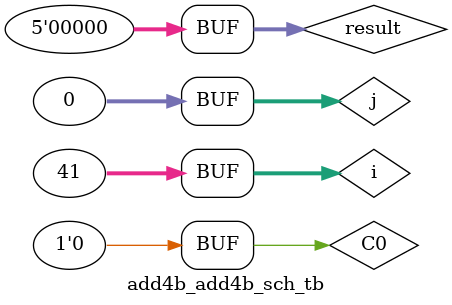
<source format=v>

`timescale 1ns / 1ps

module add4b_add4b_sch_tb();

// Inputs
   reg C0;
   reg [3:0] ai;
   reg [3:0] bi;

// Output
   wire [3:0] s;
   wire GG;
   wire GP;

// Bidirs

// Instantiate the UUT
   add4b UUT (
		.C0(C0), 
		.ai(ai), 
		.bi(bi), 
		.s(s), 
		.GG(GG), 
		.GP(GP)
   );
// Initialize Inputs
integer i = 0, j = 0;
reg [4:0] result=0;
      initial begin
		C0 = 0;
		ai = 0;
		bi = 0;
		for(i=0;i<=40;i=i+1)begin
		#50;
		ai = {$random} % 16 ;
		bi = {$random} % 16 ;
		result = ai+bi;
		end
		end
endmodule

</source>
